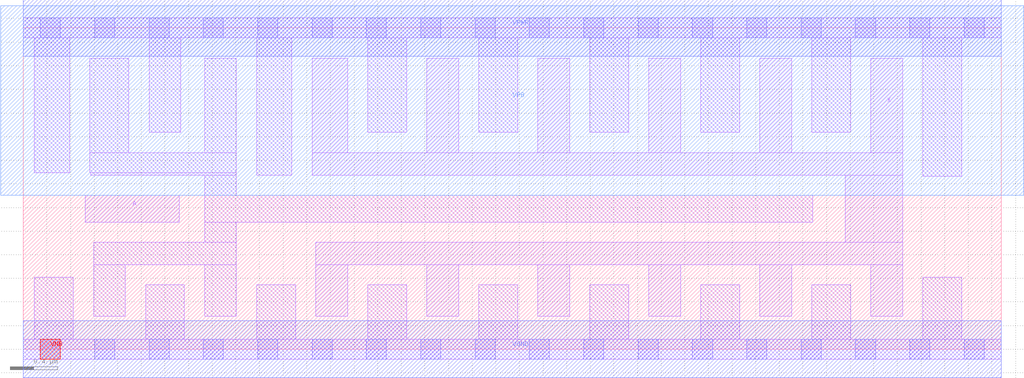
<source format=lef>
# Copyright 2020 The SkyWater PDK Authors
#
# Licensed under the Apache License, Version 2.0 (the "License");
# you may not use this file except in compliance with the License.
# You may obtain a copy of the License at
#
#     https://www.apache.org/licenses/LICENSE-2.0
#
# Unless required by applicable law or agreed to in writing, software
# distributed under the License is distributed on an "AS IS" BASIS,
# WITHOUT WARRANTIES OR CONDITIONS OF ANY KIND, either express or implied.
# See the License for the specific language governing permissions and
# limitations under the License.
#
# SPDX-License-Identifier: Apache-2.0

VERSION 5.7 ;
  NOWIREEXTENSIONATPIN ON ;
  DIVIDERCHAR "/" ;
  BUSBITCHARS "[]" ;
PROPERTYDEFINITIONS
  MACRO maskLayoutSubType STRING ;
  MACRO prCellType STRING ;
  MACRO originalViewName STRING ;
END PROPERTYDEFINITIONS
MACRO sky130_fd_sc_hdll__clkbuf_12
  CLASS CORE ;
  FOREIGN sky130_fd_sc_hdll__clkbuf_12 ;
  ORIGIN  0.000000  0.000000 ;
  SIZE  8.280000 BY  2.720000 ;
  SYMMETRY X Y R90 ;
  SITE unithd ;
  PIN A
    ANTENNAGATEAREA  0.972000 ;
    DIRECTION INPUT ;
    USE SIGNAL ;
    PORT
      LAYER li1 ;
        RECT 0.525000 1.075000 1.320000 1.305000 ;
    END
  END A
  PIN VGND
    ANTENNADIFFAREA  1.348200 ;
    DIRECTION INOUT ;
    USE SIGNAL ;
    PORT
      LAYER met1 ;
        RECT 0.000000 -0.240000 8.280000 0.240000 ;
    END
  END VGND
  PIN VNB
    PORT
      LAYER pwell ;
        RECT 0.145000 -0.085000 0.315000 0.085000 ;
    END
  END VNB
  PIN VPB
    PORT
      LAYER nwell ;
        RECT -0.190000 1.305000 8.470000 2.910000 ;
    END
  END VPB
  PIN VPWR
    ANTENNADIFFAREA  2.570000 ;
    DIRECTION INOUT ;
    USE SIGNAL ;
    PORT
      LAYER met1 ;
        RECT 0.000000 2.480000 8.280000 2.960000 ;
    END
  END VPWR
  PIN X
    ANTENNADIFFAREA  2.420400 ;
    DIRECTION OUTPUT ;
    USE SIGNAL ;
    PORT
      LAYER li1 ;
        RECT 2.445000 1.475000 7.445000 1.665000 ;
        RECT 2.445000 1.665000 2.745000 2.465000 ;
        RECT 2.475000 0.280000 2.745000 0.715000 ;
        RECT 2.475000 0.715000 7.445000 0.905000 ;
        RECT 3.415000 0.280000 3.685000 0.715000 ;
        RECT 3.415000 1.665000 3.685000 2.465000 ;
        RECT 4.355000 0.280000 4.625000 0.715000 ;
        RECT 4.355000 1.665000 4.625000 2.465000 ;
        RECT 5.295000 0.280000 5.565000 0.715000 ;
        RECT 5.295000 1.665000 5.565000 2.465000 ;
        RECT 6.235000 0.280000 6.505000 0.715000 ;
        RECT 6.235000 1.665000 6.505000 2.465000 ;
        RECT 6.960000 0.905000 7.445000 1.475000 ;
        RECT 7.175000 0.280000 7.445000 0.715000 ;
        RECT 7.175000 1.665000 7.445000 2.465000 ;
    END
  END X
  OBS
    LAYER li1 ;
      RECT 0.000000 -0.085000 8.280000 0.085000 ;
      RECT 0.000000  2.635000 8.280000 2.805000 ;
      RECT 0.095000  0.085000 0.425000 0.610000 ;
      RECT 0.095000  1.495000 0.395000 2.635000 ;
      RECT 0.565000  1.495000 1.805000 1.665000 ;
      RECT 0.565000  1.665000 0.895000 2.465000 ;
      RECT 0.570000  1.475000 1.805000 1.495000 ;
      RECT 0.595000  0.280000 0.865000 0.715000 ;
      RECT 0.595000  0.715000 1.805000 0.905000 ;
      RECT 1.035000  0.085000 1.365000 0.545000 ;
      RECT 1.065000  1.835000 1.335000 2.635000 ;
      RECT 1.535000  0.280000 1.805000 0.715000 ;
      RECT 1.535000  0.905000 1.805000 1.075000 ;
      RECT 1.535000  1.075000 6.685000 1.305000 ;
      RECT 1.535000  1.305000 1.805000 1.475000 ;
      RECT 1.535000  1.665000 1.805000 2.465000 ;
      RECT 1.975000  0.085000 2.305000 0.545000 ;
      RECT 1.975000  1.475000 2.275000 2.635000 ;
      RECT 2.915000  0.085000 3.245000 0.545000 ;
      RECT 2.915000  1.835000 3.245000 2.635000 ;
      RECT 3.855000  0.085000 4.185000 0.545000 ;
      RECT 3.855000  1.835000 4.185000 2.635000 ;
      RECT 4.795000  0.085000 5.125000 0.545000 ;
      RECT 4.795000  1.835000 5.125000 2.635000 ;
      RECT 5.735000  0.085000 6.065000 0.545000 ;
      RECT 5.735000  1.835000 6.065000 2.635000 ;
      RECT 6.675000  0.085000 7.005000 0.545000 ;
      RECT 6.675000  1.835000 7.005000 2.635000 ;
      RECT 7.615000  0.085000 7.945000 0.610000 ;
      RECT 7.615000  1.465000 7.945000 2.635000 ;
    LAYER mcon ;
      RECT 0.145000 -0.085000 0.315000 0.085000 ;
      RECT 0.145000  2.635000 0.315000 2.805000 ;
      RECT 0.605000 -0.085000 0.775000 0.085000 ;
      RECT 0.605000  2.635000 0.775000 2.805000 ;
      RECT 1.065000 -0.085000 1.235000 0.085000 ;
      RECT 1.065000  2.635000 1.235000 2.805000 ;
      RECT 1.525000 -0.085000 1.695000 0.085000 ;
      RECT 1.525000  2.635000 1.695000 2.805000 ;
      RECT 1.985000 -0.085000 2.155000 0.085000 ;
      RECT 1.985000  2.635000 2.155000 2.805000 ;
      RECT 2.445000 -0.085000 2.615000 0.085000 ;
      RECT 2.445000  2.635000 2.615000 2.805000 ;
      RECT 2.905000 -0.085000 3.075000 0.085000 ;
      RECT 2.905000  2.635000 3.075000 2.805000 ;
      RECT 3.365000 -0.085000 3.535000 0.085000 ;
      RECT 3.365000  2.635000 3.535000 2.805000 ;
      RECT 3.825000 -0.085000 3.995000 0.085000 ;
      RECT 3.825000  2.635000 3.995000 2.805000 ;
      RECT 4.285000 -0.085000 4.455000 0.085000 ;
      RECT 4.285000  2.635000 4.455000 2.805000 ;
      RECT 4.745000 -0.085000 4.915000 0.085000 ;
      RECT 4.745000  2.635000 4.915000 2.805000 ;
      RECT 5.205000 -0.085000 5.375000 0.085000 ;
      RECT 5.205000  2.635000 5.375000 2.805000 ;
      RECT 5.665000 -0.085000 5.835000 0.085000 ;
      RECT 5.665000  2.635000 5.835000 2.805000 ;
      RECT 6.125000 -0.085000 6.295000 0.085000 ;
      RECT 6.125000  2.635000 6.295000 2.805000 ;
      RECT 6.585000 -0.085000 6.755000 0.085000 ;
      RECT 6.585000  2.635000 6.755000 2.805000 ;
      RECT 7.045000 -0.085000 7.215000 0.085000 ;
      RECT 7.045000  2.635000 7.215000 2.805000 ;
      RECT 7.505000 -0.085000 7.675000 0.085000 ;
      RECT 7.505000  2.635000 7.675000 2.805000 ;
      RECT 7.965000 -0.085000 8.135000 0.085000 ;
      RECT 7.965000  2.635000 8.135000 2.805000 ;
  END
  PROPERTY maskLayoutSubType "abstract" ;
  PROPERTY prCellType "standard" ;
  PROPERTY originalViewName "layout" ;
END sky130_fd_sc_hdll__clkbuf_12
END LIBRARY

</source>
